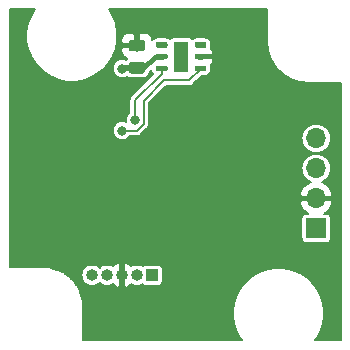
<source format=gbr>
G04 #@! TF.GenerationSoftware,KiCad,Pcbnew,(5.1.2)-1*
G04 #@! TF.CreationDate,2019-05-26T15:49:40+02:00*
G04 #@! TF.ProjectId,Dew Sensor,44657720-5365-46e7-936f-722e6b696361,rev?*
G04 #@! TF.SameCoordinates,Original*
G04 #@! TF.FileFunction,Copper,L1,Top*
G04 #@! TF.FilePolarity,Positive*
%FSLAX46Y46*%
G04 Gerber Fmt 4.6, Leading zero omitted, Abs format (unit mm)*
G04 Created by KiCad (PCBNEW (5.1.2)-1) date 2019-05-26 15:49:40*
%MOMM*%
%LPD*%
G04 APERTURE LIST*
%ADD10O,1.700000X1.700000*%
%ADD11R,1.700000X1.700000*%
%ADD12O,1.000000X1.000000*%
%ADD13R,1.000000X1.000000*%
%ADD14C,0.100000*%
%ADD15C,0.975000*%
%ADD16C,0.450000*%
%ADD17R,1.300000X2.500000*%
%ADD18C,0.800000*%
%ADD19C,0.200000*%
%ADD20C,0.400000*%
%ADD21C,0.500000*%
G04 APERTURE END LIST*
D10*
X218440000Y-121412000D03*
X218440000Y-123952000D03*
X218440000Y-126492000D03*
D11*
X218440000Y-129032000D03*
D12*
X199460000Y-133000000D03*
X200730000Y-133000000D03*
X202000000Y-133000000D03*
X203270000Y-133000000D03*
D13*
X204540000Y-133000000D03*
D14*
G36*
X203730142Y-113076174D02*
G01*
X203753803Y-113079684D01*
X203777007Y-113085496D01*
X203799529Y-113093554D01*
X203821153Y-113103782D01*
X203841670Y-113116079D01*
X203860883Y-113130329D01*
X203878607Y-113146393D01*
X203894671Y-113164117D01*
X203908921Y-113183330D01*
X203921218Y-113203847D01*
X203931446Y-113225471D01*
X203939504Y-113247993D01*
X203945316Y-113271197D01*
X203948826Y-113294858D01*
X203950000Y-113318750D01*
X203950000Y-113806250D01*
X203948826Y-113830142D01*
X203945316Y-113853803D01*
X203939504Y-113877007D01*
X203931446Y-113899529D01*
X203921218Y-113921153D01*
X203908921Y-113941670D01*
X203894671Y-113960883D01*
X203878607Y-113978607D01*
X203860883Y-113994671D01*
X203841670Y-114008921D01*
X203821153Y-114021218D01*
X203799529Y-114031446D01*
X203777007Y-114039504D01*
X203753803Y-114045316D01*
X203730142Y-114048826D01*
X203706250Y-114050000D01*
X202793750Y-114050000D01*
X202769858Y-114048826D01*
X202746197Y-114045316D01*
X202722993Y-114039504D01*
X202700471Y-114031446D01*
X202678847Y-114021218D01*
X202658330Y-114008921D01*
X202639117Y-113994671D01*
X202621393Y-113978607D01*
X202605329Y-113960883D01*
X202591079Y-113941670D01*
X202578782Y-113921153D01*
X202568554Y-113899529D01*
X202560496Y-113877007D01*
X202554684Y-113853803D01*
X202551174Y-113830142D01*
X202550000Y-113806250D01*
X202550000Y-113318750D01*
X202551174Y-113294858D01*
X202554684Y-113271197D01*
X202560496Y-113247993D01*
X202568554Y-113225471D01*
X202578782Y-113203847D01*
X202591079Y-113183330D01*
X202605329Y-113164117D01*
X202621393Y-113146393D01*
X202639117Y-113130329D01*
X202658330Y-113116079D01*
X202678847Y-113103782D01*
X202700471Y-113093554D01*
X202722993Y-113085496D01*
X202746197Y-113079684D01*
X202769858Y-113076174D01*
X202793750Y-113075000D01*
X203706250Y-113075000D01*
X203730142Y-113076174D01*
X203730142Y-113076174D01*
G37*
D15*
X203250000Y-113562500D03*
D14*
G36*
X203730142Y-114951174D02*
G01*
X203753803Y-114954684D01*
X203777007Y-114960496D01*
X203799529Y-114968554D01*
X203821153Y-114978782D01*
X203841670Y-114991079D01*
X203860883Y-115005329D01*
X203878607Y-115021393D01*
X203894671Y-115039117D01*
X203908921Y-115058330D01*
X203921218Y-115078847D01*
X203931446Y-115100471D01*
X203939504Y-115122993D01*
X203945316Y-115146197D01*
X203948826Y-115169858D01*
X203950000Y-115193750D01*
X203950000Y-115681250D01*
X203948826Y-115705142D01*
X203945316Y-115728803D01*
X203939504Y-115752007D01*
X203931446Y-115774529D01*
X203921218Y-115796153D01*
X203908921Y-115816670D01*
X203894671Y-115835883D01*
X203878607Y-115853607D01*
X203860883Y-115869671D01*
X203841670Y-115883921D01*
X203821153Y-115896218D01*
X203799529Y-115906446D01*
X203777007Y-115914504D01*
X203753803Y-115920316D01*
X203730142Y-115923826D01*
X203706250Y-115925000D01*
X202793750Y-115925000D01*
X202769858Y-115923826D01*
X202746197Y-115920316D01*
X202722993Y-115914504D01*
X202700471Y-115906446D01*
X202678847Y-115896218D01*
X202658330Y-115883921D01*
X202639117Y-115869671D01*
X202621393Y-115853607D01*
X202605329Y-115835883D01*
X202591079Y-115816670D01*
X202578782Y-115796153D01*
X202568554Y-115774529D01*
X202560496Y-115752007D01*
X202554684Y-115728803D01*
X202551174Y-115705142D01*
X202550000Y-115681250D01*
X202550000Y-115193750D01*
X202551174Y-115169858D01*
X202554684Y-115146197D01*
X202560496Y-115122993D01*
X202568554Y-115100471D01*
X202578782Y-115078847D01*
X202591079Y-115058330D01*
X202605329Y-115039117D01*
X202621393Y-115021393D01*
X202639117Y-115005329D01*
X202658330Y-114991079D01*
X202678847Y-114978782D01*
X202700471Y-114968554D01*
X202722993Y-114960496D01*
X202746197Y-114954684D01*
X202769858Y-114951174D01*
X202793750Y-114950000D01*
X203706250Y-114950000D01*
X203730142Y-114951174D01*
X203730142Y-114951174D01*
G37*
D15*
X203250000Y-115437500D03*
D14*
G36*
X209048527Y-115275542D02*
G01*
X209059448Y-115277162D01*
X209070157Y-115279844D01*
X209080552Y-115283564D01*
X209090532Y-115288284D01*
X209100002Y-115293960D01*
X209108869Y-115300536D01*
X209117050Y-115307950D01*
X209124464Y-115316131D01*
X209131040Y-115324998D01*
X209136716Y-115334468D01*
X209141436Y-115344448D01*
X209145156Y-115354843D01*
X209147838Y-115365552D01*
X209149458Y-115376473D01*
X209150000Y-115387500D01*
X209150000Y-115612500D01*
X209149458Y-115623527D01*
X209147838Y-115634448D01*
X209145156Y-115645157D01*
X209141436Y-115655552D01*
X209136716Y-115665532D01*
X209131040Y-115675002D01*
X209124464Y-115683869D01*
X209117050Y-115692050D01*
X209108869Y-115699464D01*
X209100002Y-115706040D01*
X209090532Y-115711716D01*
X209080552Y-115716436D01*
X209070157Y-115720156D01*
X209059448Y-115722838D01*
X209048527Y-115724458D01*
X209037500Y-115725000D01*
X208262500Y-115725000D01*
X208251473Y-115724458D01*
X208240552Y-115722838D01*
X208229843Y-115720156D01*
X208219448Y-115716436D01*
X208209468Y-115711716D01*
X208199998Y-115706040D01*
X208191131Y-115699464D01*
X208182950Y-115692050D01*
X208175536Y-115683869D01*
X208168960Y-115675002D01*
X208163284Y-115665532D01*
X208158564Y-115655552D01*
X208154844Y-115645157D01*
X208152162Y-115634448D01*
X208150542Y-115623527D01*
X208150000Y-115612500D01*
X208150000Y-115387500D01*
X208150542Y-115376473D01*
X208152162Y-115365552D01*
X208154844Y-115354843D01*
X208158564Y-115344448D01*
X208163284Y-115334468D01*
X208168960Y-115324998D01*
X208175536Y-115316131D01*
X208182950Y-115307950D01*
X208191131Y-115300536D01*
X208199998Y-115293960D01*
X208209468Y-115288284D01*
X208219448Y-115283564D01*
X208229843Y-115279844D01*
X208240552Y-115277162D01*
X208251473Y-115275542D01*
X208262500Y-115275000D01*
X209037500Y-115275000D01*
X209048527Y-115275542D01*
X209048527Y-115275542D01*
G37*
D16*
X208650000Y-115500000D03*
D14*
G36*
X209048527Y-114275542D02*
G01*
X209059448Y-114277162D01*
X209070157Y-114279844D01*
X209080552Y-114283564D01*
X209090532Y-114288284D01*
X209100002Y-114293960D01*
X209108869Y-114300536D01*
X209117050Y-114307950D01*
X209124464Y-114316131D01*
X209131040Y-114324998D01*
X209136716Y-114334468D01*
X209141436Y-114344448D01*
X209145156Y-114354843D01*
X209147838Y-114365552D01*
X209149458Y-114376473D01*
X209150000Y-114387500D01*
X209150000Y-114612500D01*
X209149458Y-114623527D01*
X209147838Y-114634448D01*
X209145156Y-114645157D01*
X209141436Y-114655552D01*
X209136716Y-114665532D01*
X209131040Y-114675002D01*
X209124464Y-114683869D01*
X209117050Y-114692050D01*
X209108869Y-114699464D01*
X209100002Y-114706040D01*
X209090532Y-114711716D01*
X209080552Y-114716436D01*
X209070157Y-114720156D01*
X209059448Y-114722838D01*
X209048527Y-114724458D01*
X209037500Y-114725000D01*
X208262500Y-114725000D01*
X208251473Y-114724458D01*
X208240552Y-114722838D01*
X208229843Y-114720156D01*
X208219448Y-114716436D01*
X208209468Y-114711716D01*
X208199998Y-114706040D01*
X208191131Y-114699464D01*
X208182950Y-114692050D01*
X208175536Y-114683869D01*
X208168960Y-114675002D01*
X208163284Y-114665532D01*
X208158564Y-114655552D01*
X208154844Y-114645157D01*
X208152162Y-114634448D01*
X208150542Y-114623527D01*
X208150000Y-114612500D01*
X208150000Y-114387500D01*
X208150542Y-114376473D01*
X208152162Y-114365552D01*
X208154844Y-114354843D01*
X208158564Y-114344448D01*
X208163284Y-114334468D01*
X208168960Y-114324998D01*
X208175536Y-114316131D01*
X208182950Y-114307950D01*
X208191131Y-114300536D01*
X208199998Y-114293960D01*
X208209468Y-114288284D01*
X208219448Y-114283564D01*
X208229843Y-114279844D01*
X208240552Y-114277162D01*
X208251473Y-114275542D01*
X208262500Y-114275000D01*
X209037500Y-114275000D01*
X209048527Y-114275542D01*
X209048527Y-114275542D01*
G37*
D16*
X208650000Y-114500000D03*
D14*
G36*
X209048527Y-113275542D02*
G01*
X209059448Y-113277162D01*
X209070157Y-113279844D01*
X209080552Y-113283564D01*
X209090532Y-113288284D01*
X209100002Y-113293960D01*
X209108869Y-113300536D01*
X209117050Y-113307950D01*
X209124464Y-113316131D01*
X209131040Y-113324998D01*
X209136716Y-113334468D01*
X209141436Y-113344448D01*
X209145156Y-113354843D01*
X209147838Y-113365552D01*
X209149458Y-113376473D01*
X209150000Y-113387500D01*
X209150000Y-113612500D01*
X209149458Y-113623527D01*
X209147838Y-113634448D01*
X209145156Y-113645157D01*
X209141436Y-113655552D01*
X209136716Y-113665532D01*
X209131040Y-113675002D01*
X209124464Y-113683869D01*
X209117050Y-113692050D01*
X209108869Y-113699464D01*
X209100002Y-113706040D01*
X209090532Y-113711716D01*
X209080552Y-113716436D01*
X209070157Y-113720156D01*
X209059448Y-113722838D01*
X209048527Y-113724458D01*
X209037500Y-113725000D01*
X208262500Y-113725000D01*
X208251473Y-113724458D01*
X208240552Y-113722838D01*
X208229843Y-113720156D01*
X208219448Y-113716436D01*
X208209468Y-113711716D01*
X208199998Y-113706040D01*
X208191131Y-113699464D01*
X208182950Y-113692050D01*
X208175536Y-113683869D01*
X208168960Y-113675002D01*
X208163284Y-113665532D01*
X208158564Y-113655552D01*
X208154844Y-113645157D01*
X208152162Y-113634448D01*
X208150542Y-113623527D01*
X208150000Y-113612500D01*
X208150000Y-113387500D01*
X208150542Y-113376473D01*
X208152162Y-113365552D01*
X208154844Y-113354843D01*
X208158564Y-113344448D01*
X208163284Y-113334468D01*
X208168960Y-113324998D01*
X208175536Y-113316131D01*
X208182950Y-113307950D01*
X208191131Y-113300536D01*
X208199998Y-113293960D01*
X208209468Y-113288284D01*
X208219448Y-113283564D01*
X208229843Y-113279844D01*
X208240552Y-113277162D01*
X208251473Y-113275542D01*
X208262500Y-113275000D01*
X209037500Y-113275000D01*
X209048527Y-113275542D01*
X209048527Y-113275542D01*
G37*
D16*
X208650000Y-113500000D03*
D14*
G36*
X205748527Y-113275542D02*
G01*
X205759448Y-113277162D01*
X205770157Y-113279844D01*
X205780552Y-113283564D01*
X205790532Y-113288284D01*
X205800002Y-113293960D01*
X205808869Y-113300536D01*
X205817050Y-113307950D01*
X205824464Y-113316131D01*
X205831040Y-113324998D01*
X205836716Y-113334468D01*
X205841436Y-113344448D01*
X205845156Y-113354843D01*
X205847838Y-113365552D01*
X205849458Y-113376473D01*
X205850000Y-113387500D01*
X205850000Y-113612500D01*
X205849458Y-113623527D01*
X205847838Y-113634448D01*
X205845156Y-113645157D01*
X205841436Y-113655552D01*
X205836716Y-113665532D01*
X205831040Y-113675002D01*
X205824464Y-113683869D01*
X205817050Y-113692050D01*
X205808869Y-113699464D01*
X205800002Y-113706040D01*
X205790532Y-113711716D01*
X205780552Y-113716436D01*
X205770157Y-113720156D01*
X205759448Y-113722838D01*
X205748527Y-113724458D01*
X205737500Y-113725000D01*
X204962500Y-113725000D01*
X204951473Y-113724458D01*
X204940552Y-113722838D01*
X204929843Y-113720156D01*
X204919448Y-113716436D01*
X204909468Y-113711716D01*
X204899998Y-113706040D01*
X204891131Y-113699464D01*
X204882950Y-113692050D01*
X204875536Y-113683869D01*
X204868960Y-113675002D01*
X204863284Y-113665532D01*
X204858564Y-113655552D01*
X204854844Y-113645157D01*
X204852162Y-113634448D01*
X204850542Y-113623527D01*
X204850000Y-113612500D01*
X204850000Y-113387500D01*
X204850542Y-113376473D01*
X204852162Y-113365552D01*
X204854844Y-113354843D01*
X204858564Y-113344448D01*
X204863284Y-113334468D01*
X204868960Y-113324998D01*
X204875536Y-113316131D01*
X204882950Y-113307950D01*
X204891131Y-113300536D01*
X204899998Y-113293960D01*
X204909468Y-113288284D01*
X204919448Y-113283564D01*
X204929843Y-113279844D01*
X204940552Y-113277162D01*
X204951473Y-113275542D01*
X204962500Y-113275000D01*
X205737500Y-113275000D01*
X205748527Y-113275542D01*
X205748527Y-113275542D01*
G37*
D16*
X205350000Y-113500000D03*
D14*
G36*
X205748527Y-114275542D02*
G01*
X205759448Y-114277162D01*
X205770157Y-114279844D01*
X205780552Y-114283564D01*
X205790532Y-114288284D01*
X205800002Y-114293960D01*
X205808869Y-114300536D01*
X205817050Y-114307950D01*
X205824464Y-114316131D01*
X205831040Y-114324998D01*
X205836716Y-114334468D01*
X205841436Y-114344448D01*
X205845156Y-114354843D01*
X205847838Y-114365552D01*
X205849458Y-114376473D01*
X205850000Y-114387500D01*
X205850000Y-114612500D01*
X205849458Y-114623527D01*
X205847838Y-114634448D01*
X205845156Y-114645157D01*
X205841436Y-114655552D01*
X205836716Y-114665532D01*
X205831040Y-114675002D01*
X205824464Y-114683869D01*
X205817050Y-114692050D01*
X205808869Y-114699464D01*
X205800002Y-114706040D01*
X205790532Y-114711716D01*
X205780552Y-114716436D01*
X205770157Y-114720156D01*
X205759448Y-114722838D01*
X205748527Y-114724458D01*
X205737500Y-114725000D01*
X204962500Y-114725000D01*
X204951473Y-114724458D01*
X204940552Y-114722838D01*
X204929843Y-114720156D01*
X204919448Y-114716436D01*
X204909468Y-114711716D01*
X204899998Y-114706040D01*
X204891131Y-114699464D01*
X204882950Y-114692050D01*
X204875536Y-114683869D01*
X204868960Y-114675002D01*
X204863284Y-114665532D01*
X204858564Y-114655552D01*
X204854844Y-114645157D01*
X204852162Y-114634448D01*
X204850542Y-114623527D01*
X204850000Y-114612500D01*
X204850000Y-114387500D01*
X204850542Y-114376473D01*
X204852162Y-114365552D01*
X204854844Y-114354843D01*
X204858564Y-114344448D01*
X204863284Y-114334468D01*
X204868960Y-114324998D01*
X204875536Y-114316131D01*
X204882950Y-114307950D01*
X204891131Y-114300536D01*
X204899998Y-114293960D01*
X204909468Y-114288284D01*
X204919448Y-114283564D01*
X204929843Y-114279844D01*
X204940552Y-114277162D01*
X204951473Y-114275542D01*
X204962500Y-114275000D01*
X205737500Y-114275000D01*
X205748527Y-114275542D01*
X205748527Y-114275542D01*
G37*
D16*
X205350000Y-114500000D03*
D14*
G36*
X205748527Y-115275542D02*
G01*
X205759448Y-115277162D01*
X205770157Y-115279844D01*
X205780552Y-115283564D01*
X205790532Y-115288284D01*
X205800002Y-115293960D01*
X205808869Y-115300536D01*
X205817050Y-115307950D01*
X205824464Y-115316131D01*
X205831040Y-115324998D01*
X205836716Y-115334468D01*
X205841436Y-115344448D01*
X205845156Y-115354843D01*
X205847838Y-115365552D01*
X205849458Y-115376473D01*
X205850000Y-115387500D01*
X205850000Y-115612500D01*
X205849458Y-115623527D01*
X205847838Y-115634448D01*
X205845156Y-115645157D01*
X205841436Y-115655552D01*
X205836716Y-115665532D01*
X205831040Y-115675002D01*
X205824464Y-115683869D01*
X205817050Y-115692050D01*
X205808869Y-115699464D01*
X205800002Y-115706040D01*
X205790532Y-115711716D01*
X205780552Y-115716436D01*
X205770157Y-115720156D01*
X205759448Y-115722838D01*
X205748527Y-115724458D01*
X205737500Y-115725000D01*
X204962500Y-115725000D01*
X204951473Y-115724458D01*
X204940552Y-115722838D01*
X204929843Y-115720156D01*
X204919448Y-115716436D01*
X204909468Y-115711716D01*
X204899998Y-115706040D01*
X204891131Y-115699464D01*
X204882950Y-115692050D01*
X204875536Y-115683869D01*
X204868960Y-115675002D01*
X204863284Y-115665532D01*
X204858564Y-115655552D01*
X204854844Y-115645157D01*
X204852162Y-115634448D01*
X204850542Y-115623527D01*
X204850000Y-115612500D01*
X204850000Y-115387500D01*
X204850542Y-115376473D01*
X204852162Y-115365552D01*
X204854844Y-115354843D01*
X204858564Y-115344448D01*
X204863284Y-115334468D01*
X204868960Y-115324998D01*
X204875536Y-115316131D01*
X204882950Y-115307950D01*
X204891131Y-115300536D01*
X204899998Y-115293960D01*
X204909468Y-115288284D01*
X204919448Y-115283564D01*
X204929843Y-115279844D01*
X204940552Y-115277162D01*
X204951473Y-115275542D01*
X204962500Y-115275000D01*
X205737500Y-115275000D01*
X205748527Y-115275542D01*
X205748527Y-115275542D01*
G37*
D16*
X205350000Y-115500000D03*
D17*
X207000000Y-114500000D03*
D18*
X202000000Y-120750000D03*
X215250000Y-125750000D03*
X210500000Y-132000000D03*
X206500000Y-137500000D03*
X205106623Y-118078444D03*
X202821656Y-124424996D03*
X198871070Y-128256759D03*
X197805542Y-130267855D03*
X202000000Y-115500000D03*
X203119982Y-119869982D03*
D19*
X202565685Y-120750000D02*
X202000000Y-120750000D01*
X207650000Y-116500000D02*
X205557850Y-116500000D01*
X208650000Y-115500000D02*
X207650000Y-116500000D01*
X205557850Y-116500000D02*
X203819983Y-118237867D01*
X203819983Y-118237867D02*
X203819983Y-120205983D01*
X203819983Y-120205983D02*
X203275966Y-120750000D01*
X203275966Y-120750000D02*
X202565685Y-120750000D01*
D20*
X204750000Y-114500000D02*
X205350000Y-114500000D01*
X203250000Y-115437500D02*
X203812500Y-115437500D01*
X203812500Y-115437500D02*
X204750000Y-114500000D01*
D21*
X203250000Y-115437500D02*
X202062500Y-115437500D01*
X202062500Y-115437500D02*
X202000000Y-115500000D01*
D19*
X205350000Y-115950000D02*
X203119982Y-118180018D01*
X205350000Y-115500000D02*
X205350000Y-115950000D01*
X203119982Y-118180018D02*
X203119982Y-119304297D01*
X203119982Y-119304297D02*
X203119982Y-119869982D01*
G36*
X194338174Y-110926341D02*
G01*
X194047953Y-111626996D01*
X193900000Y-112370808D01*
X193900000Y-113129192D01*
X194047953Y-113873004D01*
X194338174Y-114573659D01*
X194759509Y-115204232D01*
X195295768Y-115740491D01*
X195926341Y-116161826D01*
X196626996Y-116452047D01*
X197370808Y-116600000D01*
X198129192Y-116600000D01*
X198873004Y-116452047D01*
X199573659Y-116161826D01*
X200204232Y-115740491D01*
X200523516Y-115421207D01*
X201200000Y-115421207D01*
X201200000Y-115578793D01*
X201230743Y-115733351D01*
X201291049Y-115878942D01*
X201378599Y-116009970D01*
X201490030Y-116121401D01*
X201621058Y-116208951D01*
X201766649Y-116269257D01*
X201921207Y-116300000D01*
X202078793Y-116300000D01*
X202233351Y-116269257D01*
X202378942Y-116208951D01*
X202403700Y-116192408D01*
X202435027Y-116218117D01*
X202546657Y-116277785D01*
X202667783Y-116314528D01*
X202793750Y-116326935D01*
X203706250Y-116326935D01*
X203832217Y-116314528D01*
X203953343Y-116277785D01*
X204064973Y-116218117D01*
X204162818Y-116137818D01*
X204243117Y-116039973D01*
X204302785Y-115928343D01*
X204339528Y-115807217D01*
X204344796Y-115753731D01*
X204451469Y-115647058D01*
X204457950Y-115712861D01*
X204487224Y-115809366D01*
X204534763Y-115898305D01*
X204598740Y-115976260D01*
X204608568Y-115984326D01*
X202783806Y-117809089D01*
X202764718Y-117824754D01*
X202702236Y-117900889D01*
X202655807Y-117987752D01*
X202638259Y-118045600D01*
X202627217Y-118082001D01*
X202617563Y-118180018D01*
X202619982Y-118204579D01*
X202619983Y-119241919D01*
X202610012Y-119248581D01*
X202498581Y-119360012D01*
X202411031Y-119491040D01*
X202350725Y-119636631D01*
X202319982Y-119791189D01*
X202319982Y-119948775D01*
X202334690Y-120022719D01*
X202233351Y-119980743D01*
X202078793Y-119950000D01*
X201921207Y-119950000D01*
X201766649Y-119980743D01*
X201621058Y-120041049D01*
X201490030Y-120128599D01*
X201378599Y-120240030D01*
X201291049Y-120371058D01*
X201230743Y-120516649D01*
X201200000Y-120671207D01*
X201200000Y-120828793D01*
X201230743Y-120983351D01*
X201291049Y-121128942D01*
X201378599Y-121259970D01*
X201490030Y-121371401D01*
X201621058Y-121458951D01*
X201766649Y-121519257D01*
X201921207Y-121550000D01*
X202078793Y-121550000D01*
X202233351Y-121519257D01*
X202378942Y-121458951D01*
X202449209Y-121412000D01*
X217183952Y-121412000D01*
X217208087Y-121657043D01*
X217279563Y-121892669D01*
X217395634Y-122109823D01*
X217551840Y-122300160D01*
X217742177Y-122456366D01*
X217959331Y-122572437D01*
X218194957Y-122643913D01*
X218378595Y-122662000D01*
X218501405Y-122662000D01*
X218685043Y-122643913D01*
X218920669Y-122572437D01*
X219137823Y-122456366D01*
X219328160Y-122300160D01*
X219484366Y-122109823D01*
X219600437Y-121892669D01*
X219671913Y-121657043D01*
X219696048Y-121412000D01*
X219671913Y-121166957D01*
X219600437Y-120931331D01*
X219484366Y-120714177D01*
X219328160Y-120523840D01*
X219137823Y-120367634D01*
X218920669Y-120251563D01*
X218685043Y-120180087D01*
X218501405Y-120162000D01*
X218378595Y-120162000D01*
X218194957Y-120180087D01*
X217959331Y-120251563D01*
X217742177Y-120367634D01*
X217551840Y-120523840D01*
X217395634Y-120714177D01*
X217279563Y-120931331D01*
X217208087Y-121166957D01*
X217183952Y-121412000D01*
X202449209Y-121412000D01*
X202509970Y-121371401D01*
X202621401Y-121259970D01*
X202628063Y-121250000D01*
X203251406Y-121250000D01*
X203275966Y-121252419D01*
X203300526Y-121250000D01*
X203373983Y-121242765D01*
X203468233Y-121214175D01*
X203555095Y-121167746D01*
X203631230Y-121105264D01*
X203646895Y-121086177D01*
X204156169Y-120576904D01*
X204175247Y-120561247D01*
X204237729Y-120485112D01*
X204284158Y-120398250D01*
X204312748Y-120304000D01*
X204319983Y-120230543D01*
X204319983Y-120230542D01*
X204322402Y-120205984D01*
X204319983Y-120181426D01*
X204319983Y-118444972D01*
X205764956Y-117000000D01*
X207625440Y-117000000D01*
X207650000Y-117002419D01*
X207674560Y-117000000D01*
X207748017Y-116992765D01*
X207842267Y-116964175D01*
X207929129Y-116917746D01*
X208005264Y-116855264D01*
X208020929Y-116836176D01*
X208730171Y-116126935D01*
X209037500Y-116126935D01*
X209137861Y-116117050D01*
X209234366Y-116087776D01*
X209323305Y-116040237D01*
X209401260Y-115976260D01*
X209465237Y-115898305D01*
X209512776Y-115809366D01*
X209542050Y-115712861D01*
X209551935Y-115612500D01*
X209551935Y-115387500D01*
X209542050Y-115287139D01*
X209515798Y-115200596D01*
X209562793Y-115164425D01*
X209640589Y-115075449D01*
X209699531Y-114973006D01*
X209737356Y-114861033D01*
X209750000Y-114775000D01*
X209600000Y-114625000D01*
X208800000Y-114625000D01*
X208800000Y-114670000D01*
X208500000Y-114670000D01*
X208500000Y-114625000D01*
X208480000Y-114625000D01*
X208480000Y-114375000D01*
X208500000Y-114375000D01*
X208500000Y-114330000D01*
X208800000Y-114330000D01*
X208800000Y-114375000D01*
X209600000Y-114375000D01*
X209750000Y-114225000D01*
X209737356Y-114138967D01*
X209699531Y-114026994D01*
X209640589Y-113924551D01*
X209562793Y-113835575D01*
X209515798Y-113799404D01*
X209542050Y-113712861D01*
X209551935Y-113612500D01*
X209551935Y-113387500D01*
X209542050Y-113287139D01*
X209512776Y-113190634D01*
X209465237Y-113101695D01*
X209401260Y-113023740D01*
X209323305Y-112959763D01*
X209234366Y-112912224D01*
X209137861Y-112882950D01*
X209037500Y-112873065D01*
X208262500Y-112873065D01*
X208162139Y-112882950D01*
X208065634Y-112912224D01*
X207976695Y-112959763D01*
X207948354Y-112983022D01*
X207934211Y-112965789D01*
X207873303Y-112915803D01*
X207803814Y-112878660D01*
X207728414Y-112855788D01*
X207650000Y-112848065D01*
X206350000Y-112848065D01*
X206271586Y-112855788D01*
X206196186Y-112878660D01*
X206126697Y-112915803D01*
X206065789Y-112965789D01*
X206051646Y-112983022D01*
X206023305Y-112959763D01*
X205934366Y-112912224D01*
X205837861Y-112882950D01*
X205737500Y-112873065D01*
X204962500Y-112873065D01*
X204862139Y-112882950D01*
X204765634Y-112912224D01*
X204676695Y-112959763D01*
X204598740Y-113023740D01*
X204552831Y-113079680D01*
X204552903Y-113075000D01*
X204541318Y-112957379D01*
X204507010Y-112844279D01*
X204451296Y-112740045D01*
X204376317Y-112648683D01*
X204284955Y-112573704D01*
X204180721Y-112517990D01*
X204067621Y-112483682D01*
X203950000Y-112472097D01*
X203550000Y-112475000D01*
X203400000Y-112625000D01*
X203400000Y-113412500D01*
X203420000Y-113412500D01*
X203420000Y-113712500D01*
X203400000Y-113712500D01*
X203400000Y-113732500D01*
X203100000Y-113732500D01*
X203100000Y-113712500D01*
X202100000Y-113712500D01*
X201950000Y-113862500D01*
X201947097Y-114050000D01*
X201958682Y-114167621D01*
X201992990Y-114280721D01*
X202048704Y-114384955D01*
X202123683Y-114476317D01*
X202215045Y-114551296D01*
X202319279Y-114607010D01*
X202432379Y-114641318D01*
X202459204Y-114643960D01*
X202435027Y-114656883D01*
X202337182Y-114737182D01*
X202314784Y-114764474D01*
X202233351Y-114730743D01*
X202078793Y-114700000D01*
X201921207Y-114700000D01*
X201766649Y-114730743D01*
X201621058Y-114791049D01*
X201490030Y-114878599D01*
X201378599Y-114990030D01*
X201291049Y-115121058D01*
X201230743Y-115266649D01*
X201200000Y-115421207D01*
X200523516Y-115421207D01*
X200740491Y-115204232D01*
X201161826Y-114573659D01*
X201452047Y-113873004D01*
X201600000Y-113129192D01*
X201600000Y-113075000D01*
X201947097Y-113075000D01*
X201950000Y-113262500D01*
X202100000Y-113412500D01*
X203100000Y-113412500D01*
X203100000Y-112625000D01*
X202950000Y-112475000D01*
X202550000Y-112472097D01*
X202432379Y-112483682D01*
X202319279Y-112517990D01*
X202215045Y-112573704D01*
X202123683Y-112648683D01*
X202048704Y-112740045D01*
X201992990Y-112844279D01*
X201958682Y-112957379D01*
X201947097Y-113075000D01*
X201600000Y-113075000D01*
X201600000Y-112370808D01*
X201452047Y-111626996D01*
X201161826Y-110926341D01*
X200860250Y-110475000D01*
X214275001Y-110475000D01*
X214275000Y-113273331D01*
X214277159Y-113295250D01*
X214277028Y-113313994D01*
X214277675Y-113320595D01*
X214338876Y-113902885D01*
X214347538Y-113945083D01*
X214355600Y-113987347D01*
X214357515Y-113993688D01*
X214357516Y-113993695D01*
X214357519Y-113993701D01*
X214530654Y-114553009D01*
X214547341Y-114592706D01*
X214563464Y-114632612D01*
X214566576Y-114638464D01*
X214566578Y-114638469D01*
X214566581Y-114638473D01*
X214845054Y-115153500D01*
X214869132Y-115189197D01*
X214892701Y-115225216D01*
X214896893Y-115230356D01*
X215270103Y-115681489D01*
X215300648Y-115711821D01*
X215330772Y-115742583D01*
X215335877Y-115746805D01*
X215335883Y-115746811D01*
X215335890Y-115746815D01*
X215789611Y-116116863D01*
X215825474Y-116140690D01*
X215860992Y-116165010D01*
X215866826Y-116168164D01*
X216383791Y-116443038D01*
X216423568Y-116459433D01*
X216463164Y-116476404D01*
X216469499Y-116478365D01*
X217030007Y-116647592D01*
X217072252Y-116655957D01*
X217114349Y-116664905D01*
X217120945Y-116665598D01*
X217703647Y-116722733D01*
X217703650Y-116722733D01*
X217726668Y-116725000D01*
X220525001Y-116725000D01*
X220525000Y-138525000D01*
X218360250Y-138525000D01*
X218661826Y-138073659D01*
X218952047Y-137373004D01*
X219100000Y-136629192D01*
X219100000Y-135870808D01*
X218952047Y-135126996D01*
X218661826Y-134426341D01*
X218240491Y-133795768D01*
X217704232Y-133259509D01*
X217073659Y-132838174D01*
X216373004Y-132547953D01*
X215629192Y-132400000D01*
X214870808Y-132400000D01*
X214126996Y-132547953D01*
X213426341Y-132838174D01*
X212795768Y-133259509D01*
X212259509Y-133795768D01*
X211838174Y-134426341D01*
X211547953Y-135126996D01*
X211400000Y-135870808D01*
X211400000Y-136629192D01*
X211547953Y-137373004D01*
X211838174Y-138073659D01*
X212139750Y-138525000D01*
X198725000Y-138525000D01*
X198725000Y-135726668D01*
X198722841Y-135704749D01*
X198722972Y-135686005D01*
X198722325Y-135679405D01*
X198661124Y-135097115D01*
X198652461Y-135054910D01*
X198644400Y-135012654D01*
X198642486Y-135006315D01*
X198642484Y-135006305D01*
X198642480Y-135006296D01*
X198469346Y-134446991D01*
X198452659Y-134407294D01*
X198436536Y-134367388D01*
X198433422Y-134361532D01*
X198433422Y-134361531D01*
X198433419Y-134361527D01*
X198154946Y-133846500D01*
X198130884Y-133810826D01*
X198107299Y-133774784D01*
X198103107Y-133769644D01*
X197729897Y-133318511D01*
X197699335Y-133288162D01*
X197669228Y-133257417D01*
X197664123Y-133253195D01*
X197664117Y-133253189D01*
X197664110Y-133253185D01*
X197353676Y-133000000D01*
X198555646Y-133000000D01*
X198573023Y-133176431D01*
X198624486Y-133346081D01*
X198708057Y-133502432D01*
X198820525Y-133639475D01*
X198957568Y-133751943D01*
X199113919Y-133835514D01*
X199283569Y-133886977D01*
X199415793Y-133900000D01*
X199504207Y-133900000D01*
X199636431Y-133886977D01*
X199806081Y-133835514D01*
X199962432Y-133751943D01*
X200095000Y-133643148D01*
X200227568Y-133751943D01*
X200383919Y-133835514D01*
X200553569Y-133886977D01*
X200685793Y-133900000D01*
X200774207Y-133900000D01*
X200906431Y-133886977D01*
X201076081Y-133835514D01*
X201213776Y-133761915D01*
X201301606Y-133849860D01*
X201480825Y-133969780D01*
X201679995Y-134052432D01*
X201681376Y-134052844D01*
X201850000Y-133938083D01*
X201850000Y-133150000D01*
X201830000Y-133150000D01*
X201830000Y-132850000D01*
X201850000Y-132850000D01*
X201850000Y-132061917D01*
X202150000Y-132061917D01*
X202150000Y-132850000D01*
X202170000Y-132850000D01*
X202170000Y-133150000D01*
X202150000Y-133150000D01*
X202150000Y-133938083D01*
X202318624Y-134052844D01*
X202320005Y-134052432D01*
X202519175Y-133969780D01*
X202698394Y-133849860D01*
X202786224Y-133761915D01*
X202923919Y-133835514D01*
X203093569Y-133886977D01*
X203225793Y-133900000D01*
X203314207Y-133900000D01*
X203446431Y-133886977D01*
X203616081Y-133835514D01*
X203742456Y-133767965D01*
X203755789Y-133784211D01*
X203816697Y-133834197D01*
X203886186Y-133871340D01*
X203961586Y-133894212D01*
X204040000Y-133901935D01*
X205040000Y-133901935D01*
X205118414Y-133894212D01*
X205193814Y-133871340D01*
X205263303Y-133834197D01*
X205324211Y-133784211D01*
X205374197Y-133723303D01*
X205411340Y-133653814D01*
X205434212Y-133578414D01*
X205441935Y-133500000D01*
X205441935Y-132500000D01*
X205434212Y-132421586D01*
X205411340Y-132346186D01*
X205374197Y-132276697D01*
X205324211Y-132215789D01*
X205263303Y-132165803D01*
X205193814Y-132128660D01*
X205118414Y-132105788D01*
X205040000Y-132098065D01*
X204040000Y-132098065D01*
X203961586Y-132105788D01*
X203886186Y-132128660D01*
X203816697Y-132165803D01*
X203755789Y-132215789D01*
X203742456Y-132232035D01*
X203616081Y-132164486D01*
X203446431Y-132113023D01*
X203314207Y-132100000D01*
X203225793Y-132100000D01*
X203093569Y-132113023D01*
X202923919Y-132164486D01*
X202786224Y-132238085D01*
X202698394Y-132150140D01*
X202519175Y-132030220D01*
X202320005Y-131947568D01*
X202318624Y-131947156D01*
X202150000Y-132061917D01*
X201850000Y-132061917D01*
X201681376Y-131947156D01*
X201679995Y-131947568D01*
X201480825Y-132030220D01*
X201301606Y-132150140D01*
X201213776Y-132238085D01*
X201076081Y-132164486D01*
X200906431Y-132113023D01*
X200774207Y-132100000D01*
X200685793Y-132100000D01*
X200553569Y-132113023D01*
X200383919Y-132164486D01*
X200227568Y-132248057D01*
X200095000Y-132356852D01*
X199962432Y-132248057D01*
X199806081Y-132164486D01*
X199636431Y-132113023D01*
X199504207Y-132100000D01*
X199415793Y-132100000D01*
X199283569Y-132113023D01*
X199113919Y-132164486D01*
X198957568Y-132248057D01*
X198820525Y-132360525D01*
X198708057Y-132497568D01*
X198624486Y-132653919D01*
X198573023Y-132823569D01*
X198555646Y-133000000D01*
X197353676Y-133000000D01*
X197210389Y-132883138D01*
X197174537Y-132859318D01*
X197139008Y-132834990D01*
X197133179Y-132831839D01*
X197133175Y-132831836D01*
X197133171Y-132831834D01*
X196616210Y-132556962D01*
X196576406Y-132540556D01*
X196536836Y-132523596D01*
X196530501Y-132521635D01*
X195969993Y-132352408D01*
X195927748Y-132344043D01*
X195885651Y-132335095D01*
X195879055Y-132334402D01*
X195296352Y-132277267D01*
X195296350Y-132277267D01*
X195273332Y-132275000D01*
X192475000Y-132275000D01*
X192475000Y-126865766D01*
X217039000Y-126865766D01*
X217067452Y-126959582D01*
X217185046Y-127218368D01*
X217350867Y-127449240D01*
X217558543Y-127643326D01*
X217778971Y-127780065D01*
X217590000Y-127780065D01*
X217511586Y-127787788D01*
X217436186Y-127810660D01*
X217366697Y-127847803D01*
X217305789Y-127897789D01*
X217255803Y-127958697D01*
X217218660Y-128028186D01*
X217195788Y-128103586D01*
X217188065Y-128182000D01*
X217188065Y-129882000D01*
X217195788Y-129960414D01*
X217218660Y-130035814D01*
X217255803Y-130105303D01*
X217305789Y-130166211D01*
X217366697Y-130216197D01*
X217436186Y-130253340D01*
X217511586Y-130276212D01*
X217590000Y-130283935D01*
X219290000Y-130283935D01*
X219368414Y-130276212D01*
X219443814Y-130253340D01*
X219513303Y-130216197D01*
X219574211Y-130166211D01*
X219624197Y-130105303D01*
X219661340Y-130035814D01*
X219684212Y-129960414D01*
X219691935Y-129882000D01*
X219691935Y-128182000D01*
X219684212Y-128103586D01*
X219661340Y-128028186D01*
X219624197Y-127958697D01*
X219574211Y-127897789D01*
X219513303Y-127847803D01*
X219443814Y-127810660D01*
X219368414Y-127787788D01*
X219290000Y-127780065D01*
X219101029Y-127780065D01*
X219321457Y-127643326D01*
X219529133Y-127449240D01*
X219694954Y-127218368D01*
X219812548Y-126959582D01*
X219841000Y-126865766D01*
X219731317Y-126642000D01*
X218590000Y-126642000D01*
X218590000Y-126662000D01*
X218290000Y-126662000D01*
X218290000Y-126642000D01*
X217148683Y-126642000D01*
X217039000Y-126865766D01*
X192475000Y-126865766D01*
X192475000Y-126118234D01*
X217039000Y-126118234D01*
X217148683Y-126342000D01*
X218290000Y-126342000D01*
X218290000Y-126322000D01*
X218590000Y-126322000D01*
X218590000Y-126342000D01*
X219731317Y-126342000D01*
X219841000Y-126118234D01*
X219812548Y-126024418D01*
X219694954Y-125765632D01*
X219529133Y-125534760D01*
X219321457Y-125340674D01*
X219079908Y-125190833D01*
X218893166Y-125120780D01*
X218920669Y-125112437D01*
X219137823Y-124996366D01*
X219328160Y-124840160D01*
X219484366Y-124649823D01*
X219600437Y-124432669D01*
X219671913Y-124197043D01*
X219696048Y-123952000D01*
X219671913Y-123706957D01*
X219600437Y-123471331D01*
X219484366Y-123254177D01*
X219328160Y-123063840D01*
X219137823Y-122907634D01*
X218920669Y-122791563D01*
X218685043Y-122720087D01*
X218501405Y-122702000D01*
X218378595Y-122702000D01*
X218194957Y-122720087D01*
X217959331Y-122791563D01*
X217742177Y-122907634D01*
X217551840Y-123063840D01*
X217395634Y-123254177D01*
X217279563Y-123471331D01*
X217208087Y-123706957D01*
X217183952Y-123952000D01*
X217208087Y-124197043D01*
X217279563Y-124432669D01*
X217395634Y-124649823D01*
X217551840Y-124840160D01*
X217742177Y-124996366D01*
X217959331Y-125112437D01*
X217986834Y-125120780D01*
X217800092Y-125190833D01*
X217558543Y-125340674D01*
X217350867Y-125534760D01*
X217185046Y-125765632D01*
X217067452Y-126024418D01*
X217039000Y-126118234D01*
X192475000Y-126118234D01*
X192475000Y-110475000D01*
X194639750Y-110475000D01*
X194338174Y-110926341D01*
X194338174Y-110926341D01*
G37*
X194338174Y-110926341D02*
X194047953Y-111626996D01*
X193900000Y-112370808D01*
X193900000Y-113129192D01*
X194047953Y-113873004D01*
X194338174Y-114573659D01*
X194759509Y-115204232D01*
X195295768Y-115740491D01*
X195926341Y-116161826D01*
X196626996Y-116452047D01*
X197370808Y-116600000D01*
X198129192Y-116600000D01*
X198873004Y-116452047D01*
X199573659Y-116161826D01*
X200204232Y-115740491D01*
X200523516Y-115421207D01*
X201200000Y-115421207D01*
X201200000Y-115578793D01*
X201230743Y-115733351D01*
X201291049Y-115878942D01*
X201378599Y-116009970D01*
X201490030Y-116121401D01*
X201621058Y-116208951D01*
X201766649Y-116269257D01*
X201921207Y-116300000D01*
X202078793Y-116300000D01*
X202233351Y-116269257D01*
X202378942Y-116208951D01*
X202403700Y-116192408D01*
X202435027Y-116218117D01*
X202546657Y-116277785D01*
X202667783Y-116314528D01*
X202793750Y-116326935D01*
X203706250Y-116326935D01*
X203832217Y-116314528D01*
X203953343Y-116277785D01*
X204064973Y-116218117D01*
X204162818Y-116137818D01*
X204243117Y-116039973D01*
X204302785Y-115928343D01*
X204339528Y-115807217D01*
X204344796Y-115753731D01*
X204451469Y-115647058D01*
X204457950Y-115712861D01*
X204487224Y-115809366D01*
X204534763Y-115898305D01*
X204598740Y-115976260D01*
X204608568Y-115984326D01*
X202783806Y-117809089D01*
X202764718Y-117824754D01*
X202702236Y-117900889D01*
X202655807Y-117987752D01*
X202638259Y-118045600D01*
X202627217Y-118082001D01*
X202617563Y-118180018D01*
X202619982Y-118204579D01*
X202619983Y-119241919D01*
X202610012Y-119248581D01*
X202498581Y-119360012D01*
X202411031Y-119491040D01*
X202350725Y-119636631D01*
X202319982Y-119791189D01*
X202319982Y-119948775D01*
X202334690Y-120022719D01*
X202233351Y-119980743D01*
X202078793Y-119950000D01*
X201921207Y-119950000D01*
X201766649Y-119980743D01*
X201621058Y-120041049D01*
X201490030Y-120128599D01*
X201378599Y-120240030D01*
X201291049Y-120371058D01*
X201230743Y-120516649D01*
X201200000Y-120671207D01*
X201200000Y-120828793D01*
X201230743Y-120983351D01*
X201291049Y-121128942D01*
X201378599Y-121259970D01*
X201490030Y-121371401D01*
X201621058Y-121458951D01*
X201766649Y-121519257D01*
X201921207Y-121550000D01*
X202078793Y-121550000D01*
X202233351Y-121519257D01*
X202378942Y-121458951D01*
X202449209Y-121412000D01*
X217183952Y-121412000D01*
X217208087Y-121657043D01*
X217279563Y-121892669D01*
X217395634Y-122109823D01*
X217551840Y-122300160D01*
X217742177Y-122456366D01*
X217959331Y-122572437D01*
X218194957Y-122643913D01*
X218378595Y-122662000D01*
X218501405Y-122662000D01*
X218685043Y-122643913D01*
X218920669Y-122572437D01*
X219137823Y-122456366D01*
X219328160Y-122300160D01*
X219484366Y-122109823D01*
X219600437Y-121892669D01*
X219671913Y-121657043D01*
X219696048Y-121412000D01*
X219671913Y-121166957D01*
X219600437Y-120931331D01*
X219484366Y-120714177D01*
X219328160Y-120523840D01*
X219137823Y-120367634D01*
X218920669Y-120251563D01*
X218685043Y-120180087D01*
X218501405Y-120162000D01*
X218378595Y-120162000D01*
X218194957Y-120180087D01*
X217959331Y-120251563D01*
X217742177Y-120367634D01*
X217551840Y-120523840D01*
X217395634Y-120714177D01*
X217279563Y-120931331D01*
X217208087Y-121166957D01*
X217183952Y-121412000D01*
X202449209Y-121412000D01*
X202509970Y-121371401D01*
X202621401Y-121259970D01*
X202628063Y-121250000D01*
X203251406Y-121250000D01*
X203275966Y-121252419D01*
X203300526Y-121250000D01*
X203373983Y-121242765D01*
X203468233Y-121214175D01*
X203555095Y-121167746D01*
X203631230Y-121105264D01*
X203646895Y-121086177D01*
X204156169Y-120576904D01*
X204175247Y-120561247D01*
X204237729Y-120485112D01*
X204284158Y-120398250D01*
X204312748Y-120304000D01*
X204319983Y-120230543D01*
X204319983Y-120230542D01*
X204322402Y-120205984D01*
X204319983Y-120181426D01*
X204319983Y-118444972D01*
X205764956Y-117000000D01*
X207625440Y-117000000D01*
X207650000Y-117002419D01*
X207674560Y-117000000D01*
X207748017Y-116992765D01*
X207842267Y-116964175D01*
X207929129Y-116917746D01*
X208005264Y-116855264D01*
X208020929Y-116836176D01*
X208730171Y-116126935D01*
X209037500Y-116126935D01*
X209137861Y-116117050D01*
X209234366Y-116087776D01*
X209323305Y-116040237D01*
X209401260Y-115976260D01*
X209465237Y-115898305D01*
X209512776Y-115809366D01*
X209542050Y-115712861D01*
X209551935Y-115612500D01*
X209551935Y-115387500D01*
X209542050Y-115287139D01*
X209515798Y-115200596D01*
X209562793Y-115164425D01*
X209640589Y-115075449D01*
X209699531Y-114973006D01*
X209737356Y-114861033D01*
X209750000Y-114775000D01*
X209600000Y-114625000D01*
X208800000Y-114625000D01*
X208800000Y-114670000D01*
X208500000Y-114670000D01*
X208500000Y-114625000D01*
X208480000Y-114625000D01*
X208480000Y-114375000D01*
X208500000Y-114375000D01*
X208500000Y-114330000D01*
X208800000Y-114330000D01*
X208800000Y-114375000D01*
X209600000Y-114375000D01*
X209750000Y-114225000D01*
X209737356Y-114138967D01*
X209699531Y-114026994D01*
X209640589Y-113924551D01*
X209562793Y-113835575D01*
X209515798Y-113799404D01*
X209542050Y-113712861D01*
X209551935Y-113612500D01*
X209551935Y-113387500D01*
X209542050Y-113287139D01*
X209512776Y-113190634D01*
X209465237Y-113101695D01*
X209401260Y-113023740D01*
X209323305Y-112959763D01*
X209234366Y-112912224D01*
X209137861Y-112882950D01*
X209037500Y-112873065D01*
X208262500Y-112873065D01*
X208162139Y-112882950D01*
X208065634Y-112912224D01*
X207976695Y-112959763D01*
X207948354Y-112983022D01*
X207934211Y-112965789D01*
X207873303Y-112915803D01*
X207803814Y-112878660D01*
X207728414Y-112855788D01*
X207650000Y-112848065D01*
X206350000Y-112848065D01*
X206271586Y-112855788D01*
X206196186Y-112878660D01*
X206126697Y-112915803D01*
X206065789Y-112965789D01*
X206051646Y-112983022D01*
X206023305Y-112959763D01*
X205934366Y-112912224D01*
X205837861Y-112882950D01*
X205737500Y-112873065D01*
X204962500Y-112873065D01*
X204862139Y-112882950D01*
X204765634Y-112912224D01*
X204676695Y-112959763D01*
X204598740Y-113023740D01*
X204552831Y-113079680D01*
X204552903Y-113075000D01*
X204541318Y-112957379D01*
X204507010Y-112844279D01*
X204451296Y-112740045D01*
X204376317Y-112648683D01*
X204284955Y-112573704D01*
X204180721Y-112517990D01*
X204067621Y-112483682D01*
X203950000Y-112472097D01*
X203550000Y-112475000D01*
X203400000Y-112625000D01*
X203400000Y-113412500D01*
X203420000Y-113412500D01*
X203420000Y-113712500D01*
X203400000Y-113712500D01*
X203400000Y-113732500D01*
X203100000Y-113732500D01*
X203100000Y-113712500D01*
X202100000Y-113712500D01*
X201950000Y-113862500D01*
X201947097Y-114050000D01*
X201958682Y-114167621D01*
X201992990Y-114280721D01*
X202048704Y-114384955D01*
X202123683Y-114476317D01*
X202215045Y-114551296D01*
X202319279Y-114607010D01*
X202432379Y-114641318D01*
X202459204Y-114643960D01*
X202435027Y-114656883D01*
X202337182Y-114737182D01*
X202314784Y-114764474D01*
X202233351Y-114730743D01*
X202078793Y-114700000D01*
X201921207Y-114700000D01*
X201766649Y-114730743D01*
X201621058Y-114791049D01*
X201490030Y-114878599D01*
X201378599Y-114990030D01*
X201291049Y-115121058D01*
X201230743Y-115266649D01*
X201200000Y-115421207D01*
X200523516Y-115421207D01*
X200740491Y-115204232D01*
X201161826Y-114573659D01*
X201452047Y-113873004D01*
X201600000Y-113129192D01*
X201600000Y-113075000D01*
X201947097Y-113075000D01*
X201950000Y-113262500D01*
X202100000Y-113412500D01*
X203100000Y-113412500D01*
X203100000Y-112625000D01*
X202950000Y-112475000D01*
X202550000Y-112472097D01*
X202432379Y-112483682D01*
X202319279Y-112517990D01*
X202215045Y-112573704D01*
X202123683Y-112648683D01*
X202048704Y-112740045D01*
X201992990Y-112844279D01*
X201958682Y-112957379D01*
X201947097Y-113075000D01*
X201600000Y-113075000D01*
X201600000Y-112370808D01*
X201452047Y-111626996D01*
X201161826Y-110926341D01*
X200860250Y-110475000D01*
X214275001Y-110475000D01*
X214275000Y-113273331D01*
X214277159Y-113295250D01*
X214277028Y-113313994D01*
X214277675Y-113320595D01*
X214338876Y-113902885D01*
X214347538Y-113945083D01*
X214355600Y-113987347D01*
X214357515Y-113993688D01*
X214357516Y-113993695D01*
X214357519Y-113993701D01*
X214530654Y-114553009D01*
X214547341Y-114592706D01*
X214563464Y-114632612D01*
X214566576Y-114638464D01*
X214566578Y-114638469D01*
X214566581Y-114638473D01*
X214845054Y-115153500D01*
X214869132Y-115189197D01*
X214892701Y-115225216D01*
X214896893Y-115230356D01*
X215270103Y-115681489D01*
X215300648Y-115711821D01*
X215330772Y-115742583D01*
X215335877Y-115746805D01*
X215335883Y-115746811D01*
X215335890Y-115746815D01*
X215789611Y-116116863D01*
X215825474Y-116140690D01*
X215860992Y-116165010D01*
X215866826Y-116168164D01*
X216383791Y-116443038D01*
X216423568Y-116459433D01*
X216463164Y-116476404D01*
X216469499Y-116478365D01*
X217030007Y-116647592D01*
X217072252Y-116655957D01*
X217114349Y-116664905D01*
X217120945Y-116665598D01*
X217703647Y-116722733D01*
X217703650Y-116722733D01*
X217726668Y-116725000D01*
X220525001Y-116725000D01*
X220525000Y-138525000D01*
X218360250Y-138525000D01*
X218661826Y-138073659D01*
X218952047Y-137373004D01*
X219100000Y-136629192D01*
X219100000Y-135870808D01*
X218952047Y-135126996D01*
X218661826Y-134426341D01*
X218240491Y-133795768D01*
X217704232Y-133259509D01*
X217073659Y-132838174D01*
X216373004Y-132547953D01*
X215629192Y-132400000D01*
X214870808Y-132400000D01*
X214126996Y-132547953D01*
X213426341Y-132838174D01*
X212795768Y-133259509D01*
X212259509Y-133795768D01*
X211838174Y-134426341D01*
X211547953Y-135126996D01*
X211400000Y-135870808D01*
X211400000Y-136629192D01*
X211547953Y-137373004D01*
X211838174Y-138073659D01*
X212139750Y-138525000D01*
X198725000Y-138525000D01*
X198725000Y-135726668D01*
X198722841Y-135704749D01*
X198722972Y-135686005D01*
X198722325Y-135679405D01*
X198661124Y-135097115D01*
X198652461Y-135054910D01*
X198644400Y-135012654D01*
X198642486Y-135006315D01*
X198642484Y-135006305D01*
X198642480Y-135006296D01*
X198469346Y-134446991D01*
X198452659Y-134407294D01*
X198436536Y-134367388D01*
X198433422Y-134361532D01*
X198433422Y-134361531D01*
X198433419Y-134361527D01*
X198154946Y-133846500D01*
X198130884Y-133810826D01*
X198107299Y-133774784D01*
X198103107Y-133769644D01*
X197729897Y-133318511D01*
X197699335Y-133288162D01*
X197669228Y-133257417D01*
X197664123Y-133253195D01*
X197664117Y-133253189D01*
X197664110Y-133253185D01*
X197353676Y-133000000D01*
X198555646Y-133000000D01*
X198573023Y-133176431D01*
X198624486Y-133346081D01*
X198708057Y-133502432D01*
X198820525Y-133639475D01*
X198957568Y-133751943D01*
X199113919Y-133835514D01*
X199283569Y-133886977D01*
X199415793Y-133900000D01*
X199504207Y-133900000D01*
X199636431Y-133886977D01*
X199806081Y-133835514D01*
X199962432Y-133751943D01*
X200095000Y-133643148D01*
X200227568Y-133751943D01*
X200383919Y-133835514D01*
X200553569Y-133886977D01*
X200685793Y-133900000D01*
X200774207Y-133900000D01*
X200906431Y-133886977D01*
X201076081Y-133835514D01*
X201213776Y-133761915D01*
X201301606Y-133849860D01*
X201480825Y-133969780D01*
X201679995Y-134052432D01*
X201681376Y-134052844D01*
X201850000Y-133938083D01*
X201850000Y-133150000D01*
X201830000Y-133150000D01*
X201830000Y-132850000D01*
X201850000Y-132850000D01*
X201850000Y-132061917D01*
X202150000Y-132061917D01*
X202150000Y-132850000D01*
X202170000Y-132850000D01*
X202170000Y-133150000D01*
X202150000Y-133150000D01*
X202150000Y-133938083D01*
X202318624Y-134052844D01*
X202320005Y-134052432D01*
X202519175Y-133969780D01*
X202698394Y-133849860D01*
X202786224Y-133761915D01*
X202923919Y-133835514D01*
X203093569Y-133886977D01*
X203225793Y-133900000D01*
X203314207Y-133900000D01*
X203446431Y-133886977D01*
X203616081Y-133835514D01*
X203742456Y-133767965D01*
X203755789Y-133784211D01*
X203816697Y-133834197D01*
X203886186Y-133871340D01*
X203961586Y-133894212D01*
X204040000Y-133901935D01*
X205040000Y-133901935D01*
X205118414Y-133894212D01*
X205193814Y-133871340D01*
X205263303Y-133834197D01*
X205324211Y-133784211D01*
X205374197Y-133723303D01*
X205411340Y-133653814D01*
X205434212Y-133578414D01*
X205441935Y-133500000D01*
X205441935Y-132500000D01*
X205434212Y-132421586D01*
X205411340Y-132346186D01*
X205374197Y-132276697D01*
X205324211Y-132215789D01*
X205263303Y-132165803D01*
X205193814Y-132128660D01*
X205118414Y-132105788D01*
X205040000Y-132098065D01*
X204040000Y-132098065D01*
X203961586Y-132105788D01*
X203886186Y-132128660D01*
X203816697Y-132165803D01*
X203755789Y-132215789D01*
X203742456Y-132232035D01*
X203616081Y-132164486D01*
X203446431Y-132113023D01*
X203314207Y-132100000D01*
X203225793Y-132100000D01*
X203093569Y-132113023D01*
X202923919Y-132164486D01*
X202786224Y-132238085D01*
X202698394Y-132150140D01*
X202519175Y-132030220D01*
X202320005Y-131947568D01*
X202318624Y-131947156D01*
X202150000Y-132061917D01*
X201850000Y-132061917D01*
X201681376Y-131947156D01*
X201679995Y-131947568D01*
X201480825Y-132030220D01*
X201301606Y-132150140D01*
X201213776Y-132238085D01*
X201076081Y-132164486D01*
X200906431Y-132113023D01*
X200774207Y-132100000D01*
X200685793Y-132100000D01*
X200553569Y-132113023D01*
X200383919Y-132164486D01*
X200227568Y-132248057D01*
X200095000Y-132356852D01*
X199962432Y-132248057D01*
X199806081Y-132164486D01*
X199636431Y-132113023D01*
X199504207Y-132100000D01*
X199415793Y-132100000D01*
X199283569Y-132113023D01*
X199113919Y-132164486D01*
X198957568Y-132248057D01*
X198820525Y-132360525D01*
X198708057Y-132497568D01*
X198624486Y-132653919D01*
X198573023Y-132823569D01*
X198555646Y-133000000D01*
X197353676Y-133000000D01*
X197210389Y-132883138D01*
X197174537Y-132859318D01*
X197139008Y-132834990D01*
X197133179Y-132831839D01*
X197133175Y-132831836D01*
X197133171Y-132831834D01*
X196616210Y-132556962D01*
X196576406Y-132540556D01*
X196536836Y-132523596D01*
X196530501Y-132521635D01*
X195969993Y-132352408D01*
X195927748Y-132344043D01*
X195885651Y-132335095D01*
X195879055Y-132334402D01*
X195296352Y-132277267D01*
X195296350Y-132277267D01*
X195273332Y-132275000D01*
X192475000Y-132275000D01*
X192475000Y-126865766D01*
X217039000Y-126865766D01*
X217067452Y-126959582D01*
X217185046Y-127218368D01*
X217350867Y-127449240D01*
X217558543Y-127643326D01*
X217778971Y-127780065D01*
X217590000Y-127780065D01*
X217511586Y-127787788D01*
X217436186Y-127810660D01*
X217366697Y-127847803D01*
X217305789Y-127897789D01*
X217255803Y-127958697D01*
X217218660Y-128028186D01*
X217195788Y-128103586D01*
X217188065Y-128182000D01*
X217188065Y-129882000D01*
X217195788Y-129960414D01*
X217218660Y-130035814D01*
X217255803Y-130105303D01*
X217305789Y-130166211D01*
X217366697Y-130216197D01*
X217436186Y-130253340D01*
X217511586Y-130276212D01*
X217590000Y-130283935D01*
X219290000Y-130283935D01*
X219368414Y-130276212D01*
X219443814Y-130253340D01*
X219513303Y-130216197D01*
X219574211Y-130166211D01*
X219624197Y-130105303D01*
X219661340Y-130035814D01*
X219684212Y-129960414D01*
X219691935Y-129882000D01*
X219691935Y-128182000D01*
X219684212Y-128103586D01*
X219661340Y-128028186D01*
X219624197Y-127958697D01*
X219574211Y-127897789D01*
X219513303Y-127847803D01*
X219443814Y-127810660D01*
X219368414Y-127787788D01*
X219290000Y-127780065D01*
X219101029Y-127780065D01*
X219321457Y-127643326D01*
X219529133Y-127449240D01*
X219694954Y-127218368D01*
X219812548Y-126959582D01*
X219841000Y-126865766D01*
X219731317Y-126642000D01*
X218590000Y-126642000D01*
X218590000Y-126662000D01*
X218290000Y-126662000D01*
X218290000Y-126642000D01*
X217148683Y-126642000D01*
X217039000Y-126865766D01*
X192475000Y-126865766D01*
X192475000Y-126118234D01*
X217039000Y-126118234D01*
X217148683Y-126342000D01*
X218290000Y-126342000D01*
X218290000Y-126322000D01*
X218590000Y-126322000D01*
X218590000Y-126342000D01*
X219731317Y-126342000D01*
X219841000Y-126118234D01*
X219812548Y-126024418D01*
X219694954Y-125765632D01*
X219529133Y-125534760D01*
X219321457Y-125340674D01*
X219079908Y-125190833D01*
X218893166Y-125120780D01*
X218920669Y-125112437D01*
X219137823Y-124996366D01*
X219328160Y-124840160D01*
X219484366Y-124649823D01*
X219600437Y-124432669D01*
X219671913Y-124197043D01*
X219696048Y-123952000D01*
X219671913Y-123706957D01*
X219600437Y-123471331D01*
X219484366Y-123254177D01*
X219328160Y-123063840D01*
X219137823Y-122907634D01*
X218920669Y-122791563D01*
X218685043Y-122720087D01*
X218501405Y-122702000D01*
X218378595Y-122702000D01*
X218194957Y-122720087D01*
X217959331Y-122791563D01*
X217742177Y-122907634D01*
X217551840Y-123063840D01*
X217395634Y-123254177D01*
X217279563Y-123471331D01*
X217208087Y-123706957D01*
X217183952Y-123952000D01*
X217208087Y-124197043D01*
X217279563Y-124432669D01*
X217395634Y-124649823D01*
X217551840Y-124840160D01*
X217742177Y-124996366D01*
X217959331Y-125112437D01*
X217986834Y-125120780D01*
X217800092Y-125190833D01*
X217558543Y-125340674D01*
X217350867Y-125534760D01*
X217185046Y-125765632D01*
X217067452Y-126024418D01*
X217039000Y-126118234D01*
X192475000Y-126118234D01*
X192475000Y-110475000D01*
X194639750Y-110475000D01*
X194338174Y-110926341D01*
M02*

</source>
